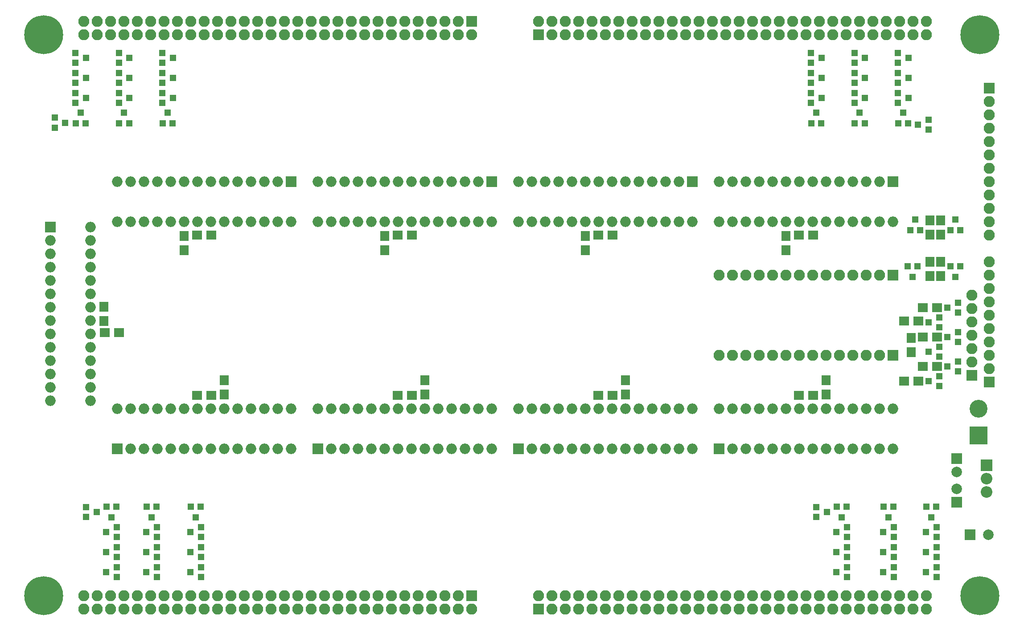
<source format=gts>
G04 #@! TF.FileFunction,Soldermask,Top*
%FSLAX46Y46*%
G04 Gerber Fmt 4.6, Leading zero omitted, Abs format (unit mm)*
G04 Created by KiCad (PCBNEW (2015-09-07 BZR 6168)-product) date Monday, March 05, 2018 'PMt' 11:48:28 PM*
%MOMM*%
G01*
G04 APERTURE LIST*
%ADD10C,0.100000*%
%ADD11R,1.900000X1.700000*%
%ADD12R,1.700000X1.900000*%
%ADD13R,2.100000X2.100000*%
%ADD14O,2.100000X2.100000*%
%ADD15R,3.400000X3.400000*%
%ADD16C,3.400000*%
%ADD17R,1.300000X1.200000*%
%ADD18R,1.200000X1.300000*%
%ADD19R,2.000000X2.000000*%
%ADD20O,2.000000X2.000000*%
%ADD21C,7.400000*%
%ADD22R,2.200000X2.200000*%
%ADD23O,2.200000X2.200000*%
%ADD24C,2.000000*%
G04 APERTURE END LIST*
D10*
D11*
X199310000Y-76200000D03*
X202010000Y-76200000D03*
X161210000Y-76200000D03*
X163910000Y-76200000D03*
X123110000Y-76200000D03*
X125810000Y-76200000D03*
X85010000Y-76200000D03*
X87710000Y-76200000D03*
D12*
X67310000Y-92536000D03*
X67310000Y-89836000D03*
D11*
X87710000Y-106680000D03*
X85010000Y-106680000D03*
X125810000Y-106680000D03*
X123110000Y-106680000D03*
X163910000Y-106680000D03*
X161210000Y-106680000D03*
X202010000Y-106680000D03*
X199310000Y-106680000D03*
D13*
X235458000Y-48260000D03*
D14*
X235458000Y-50800000D03*
X235458000Y-53340000D03*
X235458000Y-55880000D03*
X235458000Y-58420000D03*
X235458000Y-60960000D03*
X235458000Y-63500000D03*
X235458000Y-66040000D03*
X235458000Y-68580000D03*
X235458000Y-71120000D03*
X235458000Y-73660000D03*
X235458000Y-76200000D03*
D13*
X235458000Y-104140000D03*
D14*
X235458000Y-101600000D03*
X235458000Y-99060000D03*
X235458000Y-96520000D03*
X235458000Y-93980000D03*
X235458000Y-91440000D03*
X235458000Y-88900000D03*
X235458000Y-86360000D03*
X235458000Y-83820000D03*
X235458000Y-81280000D03*
D13*
X217170000Y-83820000D03*
D14*
X214630000Y-83820000D03*
X212090000Y-83820000D03*
X209550000Y-83820000D03*
X207010000Y-83820000D03*
X204470000Y-83820000D03*
X201930000Y-83820000D03*
X199390000Y-83820000D03*
X196850000Y-83820000D03*
X194310000Y-83820000D03*
X191770000Y-83820000D03*
X189230000Y-83820000D03*
X186690000Y-83820000D03*
X184150000Y-83820000D03*
D13*
X217170000Y-99060000D03*
D14*
X214630000Y-99060000D03*
X212090000Y-99060000D03*
X209550000Y-99060000D03*
X207010000Y-99060000D03*
X204470000Y-99060000D03*
X201930000Y-99060000D03*
X199390000Y-99060000D03*
X196850000Y-99060000D03*
X194310000Y-99060000D03*
X191770000Y-99060000D03*
X189230000Y-99060000D03*
X186690000Y-99060000D03*
X184150000Y-99060000D03*
D13*
X232156000Y-102870000D03*
D14*
X232156000Y-100330000D03*
X232156000Y-97790000D03*
X232156000Y-95250000D03*
X232156000Y-92710000D03*
X232156000Y-90170000D03*
X232156000Y-87630000D03*
D15*
X233426000Y-114300000D03*
D16*
X233426000Y-109220000D03*
D17*
X57928000Y-53914000D03*
X57928000Y-55814000D03*
X59928000Y-54864000D03*
D18*
X70170000Y-54975000D03*
X72070000Y-54975000D03*
X71120000Y-52975000D03*
D17*
X223885000Y-56195000D03*
X223885000Y-54295000D03*
X221885000Y-55245000D03*
D18*
X209870000Y-54975000D03*
X211770000Y-54975000D03*
X210820000Y-52975000D03*
D17*
X63897000Y-127955000D03*
X63897000Y-129855000D03*
X65897000Y-128905000D03*
D18*
X77277000Y-127905000D03*
X75377000Y-127905000D03*
X76327000Y-129905000D03*
D17*
X202581000Y-127955000D03*
X202581000Y-129855000D03*
X204581000Y-128905000D03*
D18*
X217231000Y-127905000D03*
X215331000Y-127905000D03*
X216281000Y-129905000D03*
X61915000Y-54975000D03*
X63815000Y-54975000D03*
X62865000Y-52975000D03*
X218125000Y-54975000D03*
X220025000Y-54975000D03*
X219075000Y-52975000D03*
X69657000Y-127905000D03*
X67757000Y-127905000D03*
X68707000Y-129905000D03*
X225359000Y-127905000D03*
X223459000Y-127905000D03*
X224409000Y-129905000D03*
X78425000Y-54975000D03*
X80325000Y-54975000D03*
X79375000Y-52975000D03*
X201615000Y-54975000D03*
X203515000Y-54975000D03*
X202565000Y-52975000D03*
X85659000Y-127905000D03*
X83759000Y-127905000D03*
X84709000Y-129905000D03*
X208341000Y-127905000D03*
X206441000Y-127905000D03*
X207391000Y-129905000D03*
D17*
X78375000Y-41595000D03*
X78375000Y-43495000D03*
X80375000Y-42545000D03*
X78375000Y-45405000D03*
X78375000Y-47305000D03*
X80375000Y-46355000D03*
X78375000Y-49215000D03*
X78375000Y-51115000D03*
X80375000Y-50165000D03*
X61865000Y-41595000D03*
X61865000Y-43495000D03*
X63865000Y-42545000D03*
X61865000Y-45405000D03*
X61865000Y-47305000D03*
X63865000Y-46355000D03*
X61865000Y-49215000D03*
X61865000Y-51115000D03*
X63865000Y-50165000D03*
X70120000Y-41595000D03*
X70120000Y-43495000D03*
X72120000Y-42545000D03*
X70120000Y-45405000D03*
X70120000Y-47305000D03*
X72120000Y-46355000D03*
X70120000Y-49215000D03*
X70120000Y-51115000D03*
X72120000Y-50165000D03*
X201565000Y-49215000D03*
X201565000Y-51115000D03*
X203565000Y-50165000D03*
X201565000Y-45405000D03*
X201565000Y-47305000D03*
X203565000Y-46355000D03*
X201565000Y-41595000D03*
X201565000Y-43495000D03*
X203565000Y-42545000D03*
X218075000Y-49215000D03*
X218075000Y-51115000D03*
X220075000Y-50165000D03*
X218075000Y-45405000D03*
X218075000Y-47305000D03*
X220075000Y-46355000D03*
X218075000Y-41595000D03*
X218075000Y-43495000D03*
X220075000Y-42545000D03*
X209820000Y-49215000D03*
X209820000Y-51115000D03*
X211820000Y-50165000D03*
X209820000Y-45405000D03*
X209820000Y-47305000D03*
X211820000Y-46355000D03*
X209820000Y-41595000D03*
X209820000Y-43495000D03*
X211820000Y-42545000D03*
X85709000Y-133665000D03*
X85709000Y-131765000D03*
X83709000Y-132715000D03*
X85709000Y-137475000D03*
X85709000Y-135575000D03*
X83709000Y-136525000D03*
X85709000Y-141285000D03*
X85709000Y-139385000D03*
X83709000Y-140335000D03*
X69707000Y-133665000D03*
X69707000Y-131765000D03*
X67707000Y-132715000D03*
X69707000Y-137475000D03*
X69707000Y-135575000D03*
X67707000Y-136525000D03*
X69707000Y-141285000D03*
X69707000Y-139385000D03*
X67707000Y-140335000D03*
X77327000Y-133665000D03*
X77327000Y-131765000D03*
X75327000Y-132715000D03*
X77327000Y-137475000D03*
X77327000Y-135575000D03*
X75327000Y-136525000D03*
X77327000Y-141285000D03*
X77327000Y-139385000D03*
X75327000Y-140335000D03*
X208391000Y-141285000D03*
X208391000Y-139385000D03*
X206391000Y-140335000D03*
X208391000Y-137475000D03*
X208391000Y-135575000D03*
X206391000Y-136525000D03*
X208391000Y-133665000D03*
X208391000Y-131765000D03*
X206391000Y-132715000D03*
X225409000Y-141285000D03*
X225409000Y-139385000D03*
X223409000Y-140335000D03*
X225409000Y-137475000D03*
X225409000Y-135575000D03*
X223409000Y-136525000D03*
X225409000Y-133665000D03*
X225409000Y-131765000D03*
X223409000Y-132715000D03*
X217281000Y-141285000D03*
X217281000Y-139385000D03*
X215281000Y-140335000D03*
X217281000Y-137475000D03*
X217281000Y-135575000D03*
X215281000Y-136525000D03*
X217281000Y-133665000D03*
X217281000Y-131765000D03*
X215281000Y-132715000D03*
D12*
X196850000Y-79074000D03*
X196850000Y-76374000D03*
X158750000Y-79074000D03*
X158750000Y-76374000D03*
X120650000Y-79074000D03*
X120650000Y-76374000D03*
X82550000Y-79074000D03*
X82550000Y-76374000D03*
D11*
X70184000Y-94742000D03*
X67484000Y-94742000D03*
D12*
X90170000Y-103806000D03*
X90170000Y-106506000D03*
X128270000Y-103806000D03*
X128270000Y-106506000D03*
X166370000Y-103806000D03*
X166370000Y-106506000D03*
X204470000Y-103806000D03*
X204470000Y-106506000D03*
D19*
X217170000Y-66040000D03*
D20*
X184150000Y-73660000D03*
X214630000Y-66040000D03*
X186690000Y-73660000D03*
X212090000Y-66040000D03*
X189230000Y-73660000D03*
X209550000Y-66040000D03*
X191770000Y-73660000D03*
X207010000Y-66040000D03*
X194310000Y-73660000D03*
X204470000Y-66040000D03*
X196850000Y-73660000D03*
X201930000Y-66040000D03*
X199390000Y-73660000D03*
X199390000Y-66040000D03*
X201930000Y-73660000D03*
X196850000Y-66040000D03*
X204470000Y-73660000D03*
X194310000Y-66040000D03*
X207010000Y-73660000D03*
X191770000Y-66040000D03*
X209550000Y-73660000D03*
X189230000Y-66040000D03*
X212090000Y-73660000D03*
X186690000Y-66040000D03*
X214630000Y-73660000D03*
X184150000Y-66040000D03*
X217170000Y-73660000D03*
D19*
X179070000Y-66040000D03*
D20*
X146050000Y-73660000D03*
X176530000Y-66040000D03*
X148590000Y-73660000D03*
X173990000Y-66040000D03*
X151130000Y-73660000D03*
X171450000Y-66040000D03*
X153670000Y-73660000D03*
X168910000Y-66040000D03*
X156210000Y-73660000D03*
X166370000Y-66040000D03*
X158750000Y-73660000D03*
X163830000Y-66040000D03*
X161290000Y-73660000D03*
X161290000Y-66040000D03*
X163830000Y-73660000D03*
X158750000Y-66040000D03*
X166370000Y-73660000D03*
X156210000Y-66040000D03*
X168910000Y-73660000D03*
X153670000Y-66040000D03*
X171450000Y-73660000D03*
X151130000Y-66040000D03*
X173990000Y-73660000D03*
X148590000Y-66040000D03*
X176530000Y-73660000D03*
X146050000Y-66040000D03*
X179070000Y-73660000D03*
D19*
X140970000Y-66040000D03*
D20*
X107950000Y-73660000D03*
X138430000Y-66040000D03*
X110490000Y-73660000D03*
X135890000Y-66040000D03*
X113030000Y-73660000D03*
X133350000Y-66040000D03*
X115570000Y-73660000D03*
X130810000Y-66040000D03*
X118110000Y-73660000D03*
X128270000Y-66040000D03*
X120650000Y-73660000D03*
X125730000Y-66040000D03*
X123190000Y-73660000D03*
X123190000Y-66040000D03*
X125730000Y-73660000D03*
X120650000Y-66040000D03*
X128270000Y-73660000D03*
X118110000Y-66040000D03*
X130810000Y-73660000D03*
X115570000Y-66040000D03*
X133350000Y-73660000D03*
X113030000Y-66040000D03*
X135890000Y-73660000D03*
X110490000Y-66040000D03*
X138430000Y-73660000D03*
X107950000Y-66040000D03*
X140970000Y-73660000D03*
D19*
X102870000Y-66040000D03*
D20*
X69850000Y-73660000D03*
X100330000Y-66040000D03*
X72390000Y-73660000D03*
X97790000Y-66040000D03*
X74930000Y-73660000D03*
X95250000Y-66040000D03*
X77470000Y-73660000D03*
X92710000Y-66040000D03*
X80010000Y-73660000D03*
X90170000Y-66040000D03*
X82550000Y-73660000D03*
X87630000Y-66040000D03*
X85090000Y-73660000D03*
X85090000Y-66040000D03*
X87630000Y-73660000D03*
X82550000Y-66040000D03*
X90170000Y-73660000D03*
X80010000Y-66040000D03*
X92710000Y-73660000D03*
X77470000Y-66040000D03*
X95250000Y-73660000D03*
X74930000Y-66040000D03*
X97790000Y-73660000D03*
X72390000Y-66040000D03*
X100330000Y-73660000D03*
X69850000Y-66040000D03*
X102870000Y-73660000D03*
D19*
X57150000Y-74676000D03*
D20*
X64770000Y-107696000D03*
X57150000Y-77216000D03*
X64770000Y-105156000D03*
X57150000Y-79756000D03*
X64770000Y-102616000D03*
X57150000Y-82296000D03*
X64770000Y-100076000D03*
X57150000Y-84836000D03*
X64770000Y-97536000D03*
X57150000Y-87376000D03*
X64770000Y-94996000D03*
X57150000Y-89916000D03*
X64770000Y-92456000D03*
X57150000Y-92456000D03*
X64770000Y-89916000D03*
X57150000Y-94996000D03*
X64770000Y-87376000D03*
X57150000Y-97536000D03*
X64770000Y-84836000D03*
X57150000Y-100076000D03*
X64770000Y-82296000D03*
X57150000Y-102616000D03*
X64770000Y-79756000D03*
X57150000Y-105156000D03*
X64770000Y-77216000D03*
X57150000Y-107696000D03*
X64770000Y-74676000D03*
D19*
X69850000Y-116840000D03*
D20*
X102870000Y-109220000D03*
X72390000Y-116840000D03*
X100330000Y-109220000D03*
X74930000Y-116840000D03*
X97790000Y-109220000D03*
X77470000Y-116840000D03*
X95250000Y-109220000D03*
X80010000Y-116840000D03*
X92710000Y-109220000D03*
X82550000Y-116840000D03*
X90170000Y-109220000D03*
X85090000Y-116840000D03*
X87630000Y-109220000D03*
X87630000Y-116840000D03*
X85090000Y-109220000D03*
X90170000Y-116840000D03*
X82550000Y-109220000D03*
X92710000Y-116840000D03*
X80010000Y-109220000D03*
X95250000Y-116840000D03*
X77470000Y-109220000D03*
X97790000Y-116840000D03*
X74930000Y-109220000D03*
X100330000Y-116840000D03*
X72390000Y-109220000D03*
X102870000Y-116840000D03*
X69850000Y-109220000D03*
D19*
X107950000Y-116840000D03*
D20*
X140970000Y-109220000D03*
X110490000Y-116840000D03*
X138430000Y-109220000D03*
X113030000Y-116840000D03*
X135890000Y-109220000D03*
X115570000Y-116840000D03*
X133350000Y-109220000D03*
X118110000Y-116840000D03*
X130810000Y-109220000D03*
X120650000Y-116840000D03*
X128270000Y-109220000D03*
X123190000Y-116840000D03*
X125730000Y-109220000D03*
X125730000Y-116840000D03*
X123190000Y-109220000D03*
X128270000Y-116840000D03*
X120650000Y-109220000D03*
X130810000Y-116840000D03*
X118110000Y-109220000D03*
X133350000Y-116840000D03*
X115570000Y-109220000D03*
X135890000Y-116840000D03*
X113030000Y-109220000D03*
X138430000Y-116840000D03*
X110490000Y-109220000D03*
X140970000Y-116840000D03*
X107950000Y-109220000D03*
D19*
X146050000Y-116840000D03*
D20*
X179070000Y-109220000D03*
X148590000Y-116840000D03*
X176530000Y-109220000D03*
X151130000Y-116840000D03*
X173990000Y-109220000D03*
X153670000Y-116840000D03*
X171450000Y-109220000D03*
X156210000Y-116840000D03*
X168910000Y-109220000D03*
X158750000Y-116840000D03*
X166370000Y-109220000D03*
X161290000Y-116840000D03*
X163830000Y-109220000D03*
X163830000Y-116840000D03*
X161290000Y-109220000D03*
X166370000Y-116840000D03*
X158750000Y-109220000D03*
X168910000Y-116840000D03*
X156210000Y-109220000D03*
X171450000Y-116840000D03*
X153670000Y-109220000D03*
X173990000Y-116840000D03*
X151130000Y-109220000D03*
X176530000Y-116840000D03*
X148590000Y-109220000D03*
X179070000Y-116840000D03*
X146050000Y-109220000D03*
D19*
X184150000Y-116840000D03*
D20*
X217170000Y-109220000D03*
X186690000Y-116840000D03*
X214630000Y-109220000D03*
X189230000Y-116840000D03*
X212090000Y-109220000D03*
X191770000Y-116840000D03*
X209550000Y-109220000D03*
X194310000Y-116840000D03*
X207010000Y-109220000D03*
X196850000Y-116840000D03*
X204470000Y-109220000D03*
X199390000Y-116840000D03*
X201930000Y-109220000D03*
X201930000Y-116840000D03*
X199390000Y-109220000D03*
X204470000Y-116840000D03*
X196850000Y-109220000D03*
X207010000Y-116840000D03*
X194310000Y-109220000D03*
X209550000Y-116840000D03*
X191770000Y-109220000D03*
X212090000Y-116840000D03*
X189230000Y-109220000D03*
X214630000Y-116840000D03*
X186690000Y-109220000D03*
X217170000Y-116840000D03*
X184150000Y-109220000D03*
D13*
X137160000Y-35560000D03*
D14*
X137160000Y-38100000D03*
X134620000Y-35560000D03*
X134620000Y-38100000D03*
X132080000Y-35560000D03*
X132080000Y-38100000D03*
X129540000Y-35560000D03*
X129540000Y-38100000D03*
X127000000Y-35560000D03*
X127000000Y-38100000D03*
X124460000Y-35560000D03*
X124460000Y-38100000D03*
X121920000Y-35560000D03*
X121920000Y-38100000D03*
X119380000Y-35560000D03*
X119380000Y-38100000D03*
X116840000Y-35560000D03*
X116840000Y-38100000D03*
X114300000Y-35560000D03*
X114300000Y-38100000D03*
X111760000Y-35560000D03*
X111760000Y-38100000D03*
X109220000Y-35560000D03*
X109220000Y-38100000D03*
X106680000Y-35560000D03*
X106680000Y-38100000D03*
X104140000Y-35560000D03*
X104140000Y-38100000D03*
X101600000Y-35560000D03*
X101600000Y-38100000D03*
X99060000Y-35560000D03*
X99060000Y-38100000D03*
X96520000Y-35560000D03*
X96520000Y-38100000D03*
X93980000Y-35560000D03*
X93980000Y-38100000D03*
X91440000Y-35560000D03*
X91440000Y-38100000D03*
X88900000Y-35560000D03*
X88900000Y-38100000D03*
X86360000Y-35560000D03*
X86360000Y-38100000D03*
X83820000Y-35560000D03*
X83820000Y-38100000D03*
X81280000Y-35560000D03*
X81280000Y-38100000D03*
X78740000Y-35560000D03*
X78740000Y-38100000D03*
X76200000Y-35560000D03*
X76200000Y-38100000D03*
X73660000Y-35560000D03*
X73660000Y-38100000D03*
X71120000Y-35560000D03*
X71120000Y-38100000D03*
X68580000Y-35560000D03*
X68580000Y-38100000D03*
X66040000Y-35560000D03*
X66040000Y-38100000D03*
X63500000Y-35560000D03*
X63500000Y-38100000D03*
D13*
X137160000Y-144780000D03*
D14*
X137160000Y-147320000D03*
X134620000Y-144780000D03*
X134620000Y-147320000D03*
X132080000Y-144780000D03*
X132080000Y-147320000D03*
X129540000Y-144780000D03*
X129540000Y-147320000D03*
X127000000Y-144780000D03*
X127000000Y-147320000D03*
X124460000Y-144780000D03*
X124460000Y-147320000D03*
X121920000Y-144780000D03*
X121920000Y-147320000D03*
X119380000Y-144780000D03*
X119380000Y-147320000D03*
X116840000Y-144780000D03*
X116840000Y-147320000D03*
X114300000Y-144780000D03*
X114300000Y-147320000D03*
X111760000Y-144780000D03*
X111760000Y-147320000D03*
X109220000Y-144780000D03*
X109220000Y-147320000D03*
X106680000Y-144780000D03*
X106680000Y-147320000D03*
X104140000Y-144780000D03*
X104140000Y-147320000D03*
X101600000Y-144780000D03*
X101600000Y-147320000D03*
X99060000Y-144780000D03*
X99060000Y-147320000D03*
X96520000Y-144780000D03*
X96520000Y-147320000D03*
X93980000Y-144780000D03*
X93980000Y-147320000D03*
X91440000Y-144780000D03*
X91440000Y-147320000D03*
X88900000Y-144780000D03*
X88900000Y-147320000D03*
X86360000Y-144780000D03*
X86360000Y-147320000D03*
X83820000Y-144780000D03*
X83820000Y-147320000D03*
X81280000Y-144780000D03*
X81280000Y-147320000D03*
X78740000Y-144780000D03*
X78740000Y-147320000D03*
X76200000Y-144780000D03*
X76200000Y-147320000D03*
X73660000Y-144780000D03*
X73660000Y-147320000D03*
X71120000Y-144780000D03*
X71120000Y-147320000D03*
X68580000Y-144780000D03*
X68580000Y-147320000D03*
X66040000Y-144780000D03*
X66040000Y-147320000D03*
X63500000Y-144780000D03*
X63500000Y-147320000D03*
D13*
X149860000Y-38100000D03*
D14*
X149860000Y-35560000D03*
X152400000Y-38100000D03*
X152400000Y-35560000D03*
X154940000Y-38100000D03*
X154940000Y-35560000D03*
X157480000Y-38100000D03*
X157480000Y-35560000D03*
X160020000Y-38100000D03*
X160020000Y-35560000D03*
X162560000Y-38100000D03*
X162560000Y-35560000D03*
X165100000Y-38100000D03*
X165100000Y-35560000D03*
X167640000Y-38100000D03*
X167640000Y-35560000D03*
X170180000Y-38100000D03*
X170180000Y-35560000D03*
X172720000Y-38100000D03*
X172720000Y-35560000D03*
X175260000Y-38100000D03*
X175260000Y-35560000D03*
X177800000Y-38100000D03*
X177800000Y-35560000D03*
X180340000Y-38100000D03*
X180340000Y-35560000D03*
X182880000Y-38100000D03*
X182880000Y-35560000D03*
X185420000Y-38100000D03*
X185420000Y-35560000D03*
X187960000Y-38100000D03*
X187960000Y-35560000D03*
X190500000Y-38100000D03*
X190500000Y-35560000D03*
X193040000Y-38100000D03*
X193040000Y-35560000D03*
X195580000Y-38100000D03*
X195580000Y-35560000D03*
X198120000Y-38100000D03*
X198120000Y-35560000D03*
X200660000Y-38100000D03*
X200660000Y-35560000D03*
X203200000Y-38100000D03*
X203200000Y-35560000D03*
X205740000Y-38100000D03*
X205740000Y-35560000D03*
X208280000Y-38100000D03*
X208280000Y-35560000D03*
X210820000Y-38100000D03*
X210820000Y-35560000D03*
X213360000Y-38100000D03*
X213360000Y-35560000D03*
X215900000Y-38100000D03*
X215900000Y-35560000D03*
X218440000Y-38100000D03*
X218440000Y-35560000D03*
X220980000Y-38100000D03*
X220980000Y-35560000D03*
X223520000Y-38100000D03*
X223520000Y-35560000D03*
D13*
X149860000Y-147320000D03*
D14*
X149860000Y-144780000D03*
X152400000Y-147320000D03*
X152400000Y-144780000D03*
X154940000Y-147320000D03*
X154940000Y-144780000D03*
X157480000Y-147320000D03*
X157480000Y-144780000D03*
X160020000Y-147320000D03*
X160020000Y-144780000D03*
X162560000Y-147320000D03*
X162560000Y-144780000D03*
X165100000Y-147320000D03*
X165100000Y-144780000D03*
X167640000Y-147320000D03*
X167640000Y-144780000D03*
X170180000Y-147320000D03*
X170180000Y-144780000D03*
X172720000Y-147320000D03*
X172720000Y-144780000D03*
X175260000Y-147320000D03*
X175260000Y-144780000D03*
X177800000Y-147320000D03*
X177800000Y-144780000D03*
X180340000Y-147320000D03*
X180340000Y-144780000D03*
X182880000Y-147320000D03*
X182880000Y-144780000D03*
X185420000Y-147320000D03*
X185420000Y-144780000D03*
X187960000Y-147320000D03*
X187960000Y-144780000D03*
X190500000Y-147320000D03*
X190500000Y-144780000D03*
X193040000Y-147320000D03*
X193040000Y-144780000D03*
X195580000Y-147320000D03*
X195580000Y-144780000D03*
X198120000Y-147320000D03*
X198120000Y-144780000D03*
X200660000Y-147320000D03*
X200660000Y-144780000D03*
X203200000Y-147320000D03*
X203200000Y-144780000D03*
X205740000Y-147320000D03*
X205740000Y-144780000D03*
X208280000Y-147320000D03*
X208280000Y-144780000D03*
X210820000Y-147320000D03*
X210820000Y-144780000D03*
X213360000Y-147320000D03*
X213360000Y-144780000D03*
X215900000Y-147320000D03*
X215900000Y-144780000D03*
X218440000Y-147320000D03*
X218440000Y-144780000D03*
X220980000Y-147320000D03*
X220980000Y-144780000D03*
X223520000Y-147320000D03*
X223520000Y-144780000D03*
D21*
X233680000Y-38100000D03*
X55880000Y-38100000D03*
X55880000Y-144780000D03*
X233680000Y-144780000D03*
D18*
X220411000Y-75295000D03*
X222311000Y-75295000D03*
X221361000Y-73295000D03*
D17*
X225917000Y-93787000D03*
X225917000Y-91887000D03*
X223917000Y-92837000D03*
D18*
X228031000Y-75295000D03*
X229931000Y-75295000D03*
X228981000Y-73295000D03*
D17*
X229473000Y-96581000D03*
X229473000Y-94681000D03*
X227473000Y-95631000D03*
D18*
X221803000Y-82185000D03*
X219903000Y-82185000D03*
X220853000Y-84185000D03*
D17*
X225917000Y-99375000D03*
X225917000Y-97475000D03*
X223917000Y-98425000D03*
D18*
X229931000Y-82185000D03*
X228031000Y-82185000D03*
X228981000Y-84185000D03*
D17*
X225917000Y-104963000D03*
X225917000Y-103063000D03*
X223917000Y-104013000D03*
X229473000Y-90993000D03*
X229473000Y-89093000D03*
X227473000Y-90043000D03*
X229473000Y-102169000D03*
X229473000Y-100269000D03*
X227473000Y-101219000D03*
D12*
X224155000Y-76153000D03*
X224155000Y-73453000D03*
D11*
X219249000Y-92583000D03*
X221949000Y-92583000D03*
D12*
X226187000Y-76153000D03*
X226187000Y-73453000D03*
D11*
X222805000Y-95631000D03*
X225505000Y-95631000D03*
D12*
X224155000Y-81327000D03*
X224155000Y-84027000D03*
X220599000Y-95805000D03*
X220599000Y-98505000D03*
X226187000Y-81327000D03*
X226187000Y-84027000D03*
D11*
X219249000Y-104013000D03*
X221949000Y-104013000D03*
X222805000Y-90043000D03*
X225505000Y-90043000D03*
X222805000Y-101219000D03*
X225505000Y-101219000D03*
D22*
X234950000Y-120015000D03*
D23*
X234950000Y-122555000D03*
X234950000Y-125095000D03*
D19*
X229235000Y-118745000D03*
D24*
X229235000Y-121245000D03*
D19*
X231775000Y-133223000D03*
D24*
X235275000Y-133223000D03*
D19*
X229235000Y-127000000D03*
D24*
X229235000Y-124500000D03*
M02*

</source>
